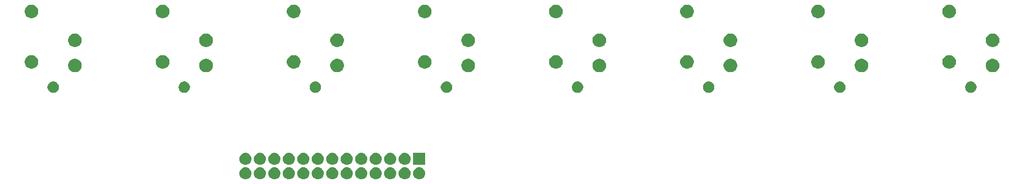
<source format=gbr>
G04 #@! TF.GenerationSoftware,KiCad,Pcbnew,(5.1.0-0)*
G04 #@! TF.CreationDate,2019-04-19T21:43:25+02:00*
G04 #@! TF.ProjectId,AddOnB,4164644f-6e42-42e6-9b69-6361645f7063,rev?*
G04 #@! TF.SameCoordinates,Original*
G04 #@! TF.FileFunction,Soldermask,Top*
G04 #@! TF.FilePolarity,Negative*
%FSLAX46Y46*%
G04 Gerber Fmt 4.6, Leading zero omitted, Abs format (unit mm)*
G04 Created by KiCad (PCBNEW (5.1.0-0)) date 2019-04-19 21:43:25*
%MOMM*%
%LPD*%
G04 APERTURE LIST*
%ADD10C,0.100000*%
G04 APERTURE END LIST*
D10*
G36*
X84408500Y58708211D02*
G01*
X84608994Y58647392D01*
X84793759Y58548633D01*
X84793762Y58548631D01*
X84793763Y58548630D01*
X84955718Y58415718D01*
X85088630Y58253763D01*
X85088633Y58253759D01*
X85187392Y58068994D01*
X85248211Y57868500D01*
X85268746Y57660000D01*
X85248211Y57451500D01*
X85187392Y57251006D01*
X85088633Y57066241D01*
X85088631Y57066238D01*
X85088630Y57066237D01*
X84955718Y56904282D01*
X84793763Y56771370D01*
X84793759Y56771367D01*
X84608994Y56672608D01*
X84408500Y56611789D01*
X84252251Y56596400D01*
X84147749Y56596400D01*
X83991500Y56611789D01*
X83791006Y56672608D01*
X83606241Y56771367D01*
X83606237Y56771370D01*
X83444282Y56904282D01*
X83311370Y57066237D01*
X83311369Y57066238D01*
X83311367Y57066241D01*
X83212608Y57251006D01*
X83151789Y57451500D01*
X83131254Y57660000D01*
X83151789Y57868500D01*
X83212608Y58068994D01*
X83311367Y58253759D01*
X83311370Y58253763D01*
X83444282Y58415718D01*
X83606237Y58548630D01*
X83606238Y58548631D01*
X83606241Y58548633D01*
X83791006Y58647392D01*
X83991500Y58708211D01*
X84147749Y58723600D01*
X84252251Y58723600D01*
X84408500Y58708211D01*
X84408500Y58708211D01*
G37*
G36*
X81868500Y58708211D02*
G01*
X82068994Y58647392D01*
X82253759Y58548633D01*
X82253762Y58548631D01*
X82253763Y58548630D01*
X82415718Y58415718D01*
X82548630Y58253763D01*
X82548633Y58253759D01*
X82647392Y58068994D01*
X82708211Y57868500D01*
X82728746Y57660000D01*
X82708211Y57451500D01*
X82647392Y57251006D01*
X82548633Y57066241D01*
X82548631Y57066238D01*
X82548630Y57066237D01*
X82415718Y56904282D01*
X82253763Y56771370D01*
X82253759Y56771367D01*
X82068994Y56672608D01*
X81868500Y56611789D01*
X81712251Y56596400D01*
X81607749Y56596400D01*
X81451500Y56611789D01*
X81251006Y56672608D01*
X81066241Y56771367D01*
X81066237Y56771370D01*
X80904282Y56904282D01*
X80771370Y57066237D01*
X80771369Y57066238D01*
X80771367Y57066241D01*
X80672608Y57251006D01*
X80611789Y57451500D01*
X80591254Y57660000D01*
X80611789Y57868500D01*
X80672608Y58068994D01*
X80771367Y58253759D01*
X80771370Y58253763D01*
X80904282Y58415718D01*
X81066237Y58548630D01*
X81066238Y58548631D01*
X81066241Y58548633D01*
X81251006Y58647392D01*
X81451500Y58708211D01*
X81607749Y58723600D01*
X81712251Y58723600D01*
X81868500Y58708211D01*
X81868500Y58708211D01*
G37*
G36*
X79328500Y58708211D02*
G01*
X79528994Y58647392D01*
X79713759Y58548633D01*
X79713762Y58548631D01*
X79713763Y58548630D01*
X79875718Y58415718D01*
X80008630Y58253763D01*
X80008633Y58253759D01*
X80107392Y58068994D01*
X80168211Y57868500D01*
X80188746Y57660000D01*
X80168211Y57451500D01*
X80107392Y57251006D01*
X80008633Y57066241D01*
X80008631Y57066238D01*
X80008630Y57066237D01*
X79875718Y56904282D01*
X79713763Y56771370D01*
X79713759Y56771367D01*
X79528994Y56672608D01*
X79328500Y56611789D01*
X79172251Y56596400D01*
X79067749Y56596400D01*
X78911500Y56611789D01*
X78711006Y56672608D01*
X78526241Y56771367D01*
X78526237Y56771370D01*
X78364282Y56904282D01*
X78231370Y57066237D01*
X78231369Y57066238D01*
X78231367Y57066241D01*
X78132608Y57251006D01*
X78071789Y57451500D01*
X78051254Y57660000D01*
X78071789Y57868500D01*
X78132608Y58068994D01*
X78231367Y58253759D01*
X78231370Y58253763D01*
X78364282Y58415718D01*
X78526237Y58548630D01*
X78526238Y58548631D01*
X78526241Y58548633D01*
X78711006Y58647392D01*
X78911500Y58708211D01*
X79067749Y58723600D01*
X79172251Y58723600D01*
X79328500Y58708211D01*
X79328500Y58708211D01*
G37*
G36*
X76788500Y58708211D02*
G01*
X76988994Y58647392D01*
X77173759Y58548633D01*
X77173762Y58548631D01*
X77173763Y58548630D01*
X77335718Y58415718D01*
X77468630Y58253763D01*
X77468633Y58253759D01*
X77567392Y58068994D01*
X77628211Y57868500D01*
X77648746Y57660000D01*
X77628211Y57451500D01*
X77567392Y57251006D01*
X77468633Y57066241D01*
X77468631Y57066238D01*
X77468630Y57066237D01*
X77335718Y56904282D01*
X77173763Y56771370D01*
X77173759Y56771367D01*
X76988994Y56672608D01*
X76788500Y56611789D01*
X76632251Y56596400D01*
X76527749Y56596400D01*
X76371500Y56611789D01*
X76171006Y56672608D01*
X75986241Y56771367D01*
X75986237Y56771370D01*
X75824282Y56904282D01*
X75691370Y57066237D01*
X75691369Y57066238D01*
X75691367Y57066241D01*
X75592608Y57251006D01*
X75531789Y57451500D01*
X75511254Y57660000D01*
X75531789Y57868500D01*
X75592608Y58068994D01*
X75691367Y58253759D01*
X75691370Y58253763D01*
X75824282Y58415718D01*
X75986237Y58548630D01*
X75986238Y58548631D01*
X75986241Y58548633D01*
X76171006Y58647392D01*
X76371500Y58708211D01*
X76527749Y58723600D01*
X76632251Y58723600D01*
X76788500Y58708211D01*
X76788500Y58708211D01*
G37*
G36*
X74248500Y58708211D02*
G01*
X74448994Y58647392D01*
X74633759Y58548633D01*
X74633762Y58548631D01*
X74633763Y58548630D01*
X74795718Y58415718D01*
X74928630Y58253763D01*
X74928633Y58253759D01*
X75027392Y58068994D01*
X75088211Y57868500D01*
X75108746Y57660000D01*
X75088211Y57451500D01*
X75027392Y57251006D01*
X74928633Y57066241D01*
X74928631Y57066238D01*
X74928630Y57066237D01*
X74795718Y56904282D01*
X74633763Y56771370D01*
X74633759Y56771367D01*
X74448994Y56672608D01*
X74248500Y56611789D01*
X74092251Y56596400D01*
X73987749Y56596400D01*
X73831500Y56611789D01*
X73631006Y56672608D01*
X73446241Y56771367D01*
X73446237Y56771370D01*
X73284282Y56904282D01*
X73151370Y57066237D01*
X73151369Y57066238D01*
X73151367Y57066241D01*
X73052608Y57251006D01*
X72991789Y57451500D01*
X72971254Y57660000D01*
X72991789Y57868500D01*
X73052608Y58068994D01*
X73151367Y58253759D01*
X73151370Y58253763D01*
X73284282Y58415718D01*
X73446237Y58548630D01*
X73446238Y58548631D01*
X73446241Y58548633D01*
X73631006Y58647392D01*
X73831500Y58708211D01*
X73987749Y58723600D01*
X74092251Y58723600D01*
X74248500Y58708211D01*
X74248500Y58708211D01*
G37*
G36*
X71708500Y58708211D02*
G01*
X71908994Y58647392D01*
X72093759Y58548633D01*
X72093762Y58548631D01*
X72093763Y58548630D01*
X72255718Y58415718D01*
X72388630Y58253763D01*
X72388633Y58253759D01*
X72487392Y58068994D01*
X72548211Y57868500D01*
X72568746Y57660000D01*
X72548211Y57451500D01*
X72487392Y57251006D01*
X72388633Y57066241D01*
X72388631Y57066238D01*
X72388630Y57066237D01*
X72255718Y56904282D01*
X72093763Y56771370D01*
X72093759Y56771367D01*
X71908994Y56672608D01*
X71708500Y56611789D01*
X71552251Y56596400D01*
X71447749Y56596400D01*
X71291500Y56611789D01*
X71091006Y56672608D01*
X70906241Y56771367D01*
X70906237Y56771370D01*
X70744282Y56904282D01*
X70611370Y57066237D01*
X70611369Y57066238D01*
X70611367Y57066241D01*
X70512608Y57251006D01*
X70451789Y57451500D01*
X70431254Y57660000D01*
X70451789Y57868500D01*
X70512608Y58068994D01*
X70611367Y58253759D01*
X70611370Y58253763D01*
X70744282Y58415718D01*
X70906237Y58548630D01*
X70906238Y58548631D01*
X70906241Y58548633D01*
X71091006Y58647392D01*
X71291500Y58708211D01*
X71447749Y58723600D01*
X71552251Y58723600D01*
X71708500Y58708211D01*
X71708500Y58708211D01*
G37*
G36*
X69168500Y58708211D02*
G01*
X69368994Y58647392D01*
X69553759Y58548633D01*
X69553762Y58548631D01*
X69553763Y58548630D01*
X69715718Y58415718D01*
X69848630Y58253763D01*
X69848633Y58253759D01*
X69947392Y58068994D01*
X70008211Y57868500D01*
X70028746Y57660000D01*
X70008211Y57451500D01*
X69947392Y57251006D01*
X69848633Y57066241D01*
X69848631Y57066238D01*
X69848630Y57066237D01*
X69715718Y56904282D01*
X69553763Y56771370D01*
X69553759Y56771367D01*
X69368994Y56672608D01*
X69168500Y56611789D01*
X69012251Y56596400D01*
X68907749Y56596400D01*
X68751500Y56611789D01*
X68551006Y56672608D01*
X68366241Y56771367D01*
X68366237Y56771370D01*
X68204282Y56904282D01*
X68071370Y57066237D01*
X68071369Y57066238D01*
X68071367Y57066241D01*
X67972608Y57251006D01*
X67911789Y57451500D01*
X67891254Y57660000D01*
X67911789Y57868500D01*
X67972608Y58068994D01*
X68071367Y58253759D01*
X68071370Y58253763D01*
X68204282Y58415718D01*
X68366237Y58548630D01*
X68366238Y58548631D01*
X68366241Y58548633D01*
X68551006Y58647392D01*
X68751500Y58708211D01*
X68907749Y58723600D01*
X69012251Y58723600D01*
X69168500Y58708211D01*
X69168500Y58708211D01*
G37*
G36*
X66628500Y58708211D02*
G01*
X66828994Y58647392D01*
X67013759Y58548633D01*
X67013762Y58548631D01*
X67013763Y58548630D01*
X67175718Y58415718D01*
X67308630Y58253763D01*
X67308633Y58253759D01*
X67407392Y58068994D01*
X67468211Y57868500D01*
X67488746Y57660000D01*
X67468211Y57451500D01*
X67407392Y57251006D01*
X67308633Y57066241D01*
X67308631Y57066238D01*
X67308630Y57066237D01*
X67175718Y56904282D01*
X67013763Y56771370D01*
X67013759Y56771367D01*
X66828994Y56672608D01*
X66628500Y56611789D01*
X66472251Y56596400D01*
X66367749Y56596400D01*
X66211500Y56611789D01*
X66011006Y56672608D01*
X65826241Y56771367D01*
X65826237Y56771370D01*
X65664282Y56904282D01*
X65531370Y57066237D01*
X65531369Y57066238D01*
X65531367Y57066241D01*
X65432608Y57251006D01*
X65371789Y57451500D01*
X65351254Y57660000D01*
X65371789Y57868500D01*
X65432608Y58068994D01*
X65531367Y58253759D01*
X65531370Y58253763D01*
X65664282Y58415718D01*
X65826237Y58548630D01*
X65826238Y58548631D01*
X65826241Y58548633D01*
X66011006Y58647392D01*
X66211500Y58708211D01*
X66367749Y58723600D01*
X66472251Y58723600D01*
X66628500Y58708211D01*
X66628500Y58708211D01*
G37*
G36*
X64088500Y58708211D02*
G01*
X64288994Y58647392D01*
X64473759Y58548633D01*
X64473762Y58548631D01*
X64473763Y58548630D01*
X64635718Y58415718D01*
X64768630Y58253763D01*
X64768633Y58253759D01*
X64867392Y58068994D01*
X64928211Y57868500D01*
X64948746Y57660000D01*
X64928211Y57451500D01*
X64867392Y57251006D01*
X64768633Y57066241D01*
X64768631Y57066238D01*
X64768630Y57066237D01*
X64635718Y56904282D01*
X64473763Y56771370D01*
X64473759Y56771367D01*
X64288994Y56672608D01*
X64088500Y56611789D01*
X63932251Y56596400D01*
X63827749Y56596400D01*
X63671500Y56611789D01*
X63471006Y56672608D01*
X63286241Y56771367D01*
X63286237Y56771370D01*
X63124282Y56904282D01*
X62991370Y57066237D01*
X62991369Y57066238D01*
X62991367Y57066241D01*
X62892608Y57251006D01*
X62831789Y57451500D01*
X62811254Y57660000D01*
X62831789Y57868500D01*
X62892608Y58068994D01*
X62991367Y58253759D01*
X62991370Y58253763D01*
X63124282Y58415718D01*
X63286237Y58548630D01*
X63286238Y58548631D01*
X63286241Y58548633D01*
X63471006Y58647392D01*
X63671500Y58708211D01*
X63827749Y58723600D01*
X63932251Y58723600D01*
X64088500Y58708211D01*
X64088500Y58708211D01*
G37*
G36*
X61548500Y58708211D02*
G01*
X61748994Y58647392D01*
X61933759Y58548633D01*
X61933762Y58548631D01*
X61933763Y58548630D01*
X62095718Y58415718D01*
X62228630Y58253763D01*
X62228633Y58253759D01*
X62327392Y58068994D01*
X62388211Y57868500D01*
X62408746Y57660000D01*
X62388211Y57451500D01*
X62327392Y57251006D01*
X62228633Y57066241D01*
X62228631Y57066238D01*
X62228630Y57066237D01*
X62095718Y56904282D01*
X61933763Y56771370D01*
X61933759Y56771367D01*
X61748994Y56672608D01*
X61548500Y56611789D01*
X61392251Y56596400D01*
X61287749Y56596400D01*
X61131500Y56611789D01*
X60931006Y56672608D01*
X60746241Y56771367D01*
X60746237Y56771370D01*
X60584282Y56904282D01*
X60451370Y57066237D01*
X60451369Y57066238D01*
X60451367Y57066241D01*
X60352608Y57251006D01*
X60291789Y57451500D01*
X60271254Y57660000D01*
X60291789Y57868500D01*
X60352608Y58068994D01*
X60451367Y58253759D01*
X60451370Y58253763D01*
X60584282Y58415718D01*
X60746237Y58548630D01*
X60746238Y58548631D01*
X60746241Y58548633D01*
X60931006Y58647392D01*
X61131500Y58708211D01*
X61287749Y58723600D01*
X61392251Y58723600D01*
X61548500Y58708211D01*
X61548500Y58708211D01*
G37*
G36*
X59008500Y58708211D02*
G01*
X59208994Y58647392D01*
X59393759Y58548633D01*
X59393762Y58548631D01*
X59393763Y58548630D01*
X59555718Y58415718D01*
X59688630Y58253763D01*
X59688633Y58253759D01*
X59787392Y58068994D01*
X59848211Y57868500D01*
X59868746Y57660000D01*
X59848211Y57451500D01*
X59787392Y57251006D01*
X59688633Y57066241D01*
X59688631Y57066238D01*
X59688630Y57066237D01*
X59555718Y56904282D01*
X59393763Y56771370D01*
X59393759Y56771367D01*
X59208994Y56672608D01*
X59008500Y56611789D01*
X58852251Y56596400D01*
X58747749Y56596400D01*
X58591500Y56611789D01*
X58391006Y56672608D01*
X58206241Y56771367D01*
X58206237Y56771370D01*
X58044282Y56904282D01*
X57911370Y57066237D01*
X57911369Y57066238D01*
X57911367Y57066241D01*
X57812608Y57251006D01*
X57751789Y57451500D01*
X57731254Y57660000D01*
X57751789Y57868500D01*
X57812608Y58068994D01*
X57911367Y58253759D01*
X57911370Y58253763D01*
X58044282Y58415718D01*
X58206237Y58548630D01*
X58206238Y58548631D01*
X58206241Y58548633D01*
X58391006Y58647392D01*
X58591500Y58708211D01*
X58747749Y58723600D01*
X58852251Y58723600D01*
X59008500Y58708211D01*
X59008500Y58708211D01*
G37*
G36*
X56468500Y58708211D02*
G01*
X56668994Y58647392D01*
X56853759Y58548633D01*
X56853762Y58548631D01*
X56853763Y58548630D01*
X57015718Y58415718D01*
X57148630Y58253763D01*
X57148633Y58253759D01*
X57247392Y58068994D01*
X57308211Y57868500D01*
X57328746Y57660000D01*
X57308211Y57451500D01*
X57247392Y57251006D01*
X57148633Y57066241D01*
X57148631Y57066238D01*
X57148630Y57066237D01*
X57015718Y56904282D01*
X56853763Y56771370D01*
X56853759Y56771367D01*
X56668994Y56672608D01*
X56468500Y56611789D01*
X56312251Y56596400D01*
X56207749Y56596400D01*
X56051500Y56611789D01*
X55851006Y56672608D01*
X55666241Y56771367D01*
X55666237Y56771370D01*
X55504282Y56904282D01*
X55371370Y57066237D01*
X55371369Y57066238D01*
X55371367Y57066241D01*
X55272608Y57251006D01*
X55211789Y57451500D01*
X55191254Y57660000D01*
X55211789Y57868500D01*
X55272608Y58068994D01*
X55371367Y58253759D01*
X55371370Y58253763D01*
X55504282Y58415718D01*
X55666237Y58548630D01*
X55666238Y58548631D01*
X55666241Y58548633D01*
X55851006Y58647392D01*
X56051500Y58708211D01*
X56207749Y58723600D01*
X56312251Y58723600D01*
X56468500Y58708211D01*
X56468500Y58708211D01*
G37*
G36*
X53928500Y58708211D02*
G01*
X54128994Y58647392D01*
X54313759Y58548633D01*
X54313762Y58548631D01*
X54313763Y58548630D01*
X54475718Y58415718D01*
X54608630Y58253763D01*
X54608633Y58253759D01*
X54707392Y58068994D01*
X54768211Y57868500D01*
X54788746Y57660000D01*
X54768211Y57451500D01*
X54707392Y57251006D01*
X54608633Y57066241D01*
X54608631Y57066238D01*
X54608630Y57066237D01*
X54475718Y56904282D01*
X54313763Y56771370D01*
X54313759Y56771367D01*
X54128994Y56672608D01*
X53928500Y56611789D01*
X53772251Y56596400D01*
X53667749Y56596400D01*
X53511500Y56611789D01*
X53311006Y56672608D01*
X53126241Y56771367D01*
X53126237Y56771370D01*
X52964282Y56904282D01*
X52831370Y57066237D01*
X52831369Y57066238D01*
X52831367Y57066241D01*
X52732608Y57251006D01*
X52671789Y57451500D01*
X52651254Y57660000D01*
X52671789Y57868500D01*
X52732608Y58068994D01*
X52831367Y58253759D01*
X52831370Y58253763D01*
X52964282Y58415718D01*
X53126237Y58548630D01*
X53126238Y58548631D01*
X53126241Y58548633D01*
X53311006Y58647392D01*
X53511500Y58708211D01*
X53667749Y58723600D01*
X53772251Y58723600D01*
X53928500Y58708211D01*
X53928500Y58708211D01*
G37*
G36*
X71708500Y61248211D02*
G01*
X71908994Y61187392D01*
X72093759Y61088633D01*
X72093762Y61088631D01*
X72093763Y61088630D01*
X72255718Y60955718D01*
X72388630Y60793763D01*
X72388633Y60793759D01*
X72487392Y60608994D01*
X72548211Y60408500D01*
X72568746Y60200000D01*
X72548211Y59991500D01*
X72487392Y59791006D01*
X72388633Y59606241D01*
X72388631Y59606238D01*
X72388630Y59606237D01*
X72255718Y59444282D01*
X72093763Y59311370D01*
X72093759Y59311367D01*
X71908994Y59212608D01*
X71708500Y59151789D01*
X71552251Y59136400D01*
X71447749Y59136400D01*
X71291500Y59151789D01*
X71091006Y59212608D01*
X70906241Y59311367D01*
X70906237Y59311370D01*
X70744282Y59444282D01*
X70611370Y59606237D01*
X70611369Y59606238D01*
X70611367Y59606241D01*
X70512608Y59791006D01*
X70451789Y59991500D01*
X70431254Y60200000D01*
X70451789Y60408500D01*
X70512608Y60608994D01*
X70611367Y60793759D01*
X70611370Y60793763D01*
X70744282Y60955718D01*
X70906237Y61088630D01*
X70906238Y61088631D01*
X70906241Y61088633D01*
X71091006Y61187392D01*
X71291500Y61248211D01*
X71447749Y61263600D01*
X71552251Y61263600D01*
X71708500Y61248211D01*
X71708500Y61248211D01*
G37*
G36*
X66628500Y61248211D02*
G01*
X66828994Y61187392D01*
X67013759Y61088633D01*
X67013762Y61088631D01*
X67013763Y61088630D01*
X67175718Y60955718D01*
X67308630Y60793763D01*
X67308633Y60793759D01*
X67407392Y60608994D01*
X67468211Y60408500D01*
X67488746Y60200000D01*
X67468211Y59991500D01*
X67407392Y59791006D01*
X67308633Y59606241D01*
X67308631Y59606238D01*
X67308630Y59606237D01*
X67175718Y59444282D01*
X67013763Y59311370D01*
X67013759Y59311367D01*
X66828994Y59212608D01*
X66628500Y59151789D01*
X66472251Y59136400D01*
X66367749Y59136400D01*
X66211500Y59151789D01*
X66011006Y59212608D01*
X65826241Y59311367D01*
X65826237Y59311370D01*
X65664282Y59444282D01*
X65531370Y59606237D01*
X65531369Y59606238D01*
X65531367Y59606241D01*
X65432608Y59791006D01*
X65371789Y59991500D01*
X65351254Y60200000D01*
X65371789Y60408500D01*
X65432608Y60608994D01*
X65531367Y60793759D01*
X65531370Y60793763D01*
X65664282Y60955718D01*
X65826237Y61088630D01*
X65826238Y61088631D01*
X65826241Y61088633D01*
X66011006Y61187392D01*
X66211500Y61248211D01*
X66367749Y61263600D01*
X66472251Y61263600D01*
X66628500Y61248211D01*
X66628500Y61248211D01*
G37*
G36*
X74248500Y61248211D02*
G01*
X74448994Y61187392D01*
X74633759Y61088633D01*
X74633762Y61088631D01*
X74633763Y61088630D01*
X74795718Y60955718D01*
X74928630Y60793763D01*
X74928633Y60793759D01*
X75027392Y60608994D01*
X75088211Y60408500D01*
X75108746Y60200000D01*
X75088211Y59991500D01*
X75027392Y59791006D01*
X74928633Y59606241D01*
X74928631Y59606238D01*
X74928630Y59606237D01*
X74795718Y59444282D01*
X74633763Y59311370D01*
X74633759Y59311367D01*
X74448994Y59212608D01*
X74248500Y59151789D01*
X74092251Y59136400D01*
X73987749Y59136400D01*
X73831500Y59151789D01*
X73631006Y59212608D01*
X73446241Y59311367D01*
X73446237Y59311370D01*
X73284282Y59444282D01*
X73151370Y59606237D01*
X73151369Y59606238D01*
X73151367Y59606241D01*
X73052608Y59791006D01*
X72991789Y59991500D01*
X72971254Y60200000D01*
X72991789Y60408500D01*
X73052608Y60608994D01*
X73151367Y60793759D01*
X73151370Y60793763D01*
X73284282Y60955718D01*
X73446237Y61088630D01*
X73446238Y61088631D01*
X73446241Y61088633D01*
X73631006Y61187392D01*
X73831500Y61248211D01*
X73987749Y61263600D01*
X74092251Y61263600D01*
X74248500Y61248211D01*
X74248500Y61248211D01*
G37*
G36*
X64088500Y61248211D02*
G01*
X64288994Y61187392D01*
X64473759Y61088633D01*
X64473762Y61088631D01*
X64473763Y61088630D01*
X64635718Y60955718D01*
X64768630Y60793763D01*
X64768633Y60793759D01*
X64867392Y60608994D01*
X64928211Y60408500D01*
X64948746Y60200000D01*
X64928211Y59991500D01*
X64867392Y59791006D01*
X64768633Y59606241D01*
X64768631Y59606238D01*
X64768630Y59606237D01*
X64635718Y59444282D01*
X64473763Y59311370D01*
X64473759Y59311367D01*
X64288994Y59212608D01*
X64088500Y59151789D01*
X63932251Y59136400D01*
X63827749Y59136400D01*
X63671500Y59151789D01*
X63471006Y59212608D01*
X63286241Y59311367D01*
X63286237Y59311370D01*
X63124282Y59444282D01*
X62991370Y59606237D01*
X62991369Y59606238D01*
X62991367Y59606241D01*
X62892608Y59791006D01*
X62831789Y59991500D01*
X62811254Y60200000D01*
X62831789Y60408500D01*
X62892608Y60608994D01*
X62991367Y60793759D01*
X62991370Y60793763D01*
X63124282Y60955718D01*
X63286237Y61088630D01*
X63286238Y61088631D01*
X63286241Y61088633D01*
X63471006Y61187392D01*
X63671500Y61248211D01*
X63827749Y61263600D01*
X63932251Y61263600D01*
X64088500Y61248211D01*
X64088500Y61248211D01*
G37*
G36*
X76788500Y61248211D02*
G01*
X76988994Y61187392D01*
X77173759Y61088633D01*
X77173762Y61088631D01*
X77173763Y61088630D01*
X77335718Y60955718D01*
X77468630Y60793763D01*
X77468633Y60793759D01*
X77567392Y60608994D01*
X77628211Y60408500D01*
X77648746Y60200000D01*
X77628211Y59991500D01*
X77567392Y59791006D01*
X77468633Y59606241D01*
X77468631Y59606238D01*
X77468630Y59606237D01*
X77335718Y59444282D01*
X77173763Y59311370D01*
X77173759Y59311367D01*
X76988994Y59212608D01*
X76788500Y59151789D01*
X76632251Y59136400D01*
X76527749Y59136400D01*
X76371500Y59151789D01*
X76171006Y59212608D01*
X75986241Y59311367D01*
X75986237Y59311370D01*
X75824282Y59444282D01*
X75691370Y59606237D01*
X75691369Y59606238D01*
X75691367Y59606241D01*
X75592608Y59791006D01*
X75531789Y59991500D01*
X75511254Y60200000D01*
X75531789Y60408500D01*
X75592608Y60608994D01*
X75691367Y60793759D01*
X75691370Y60793763D01*
X75824282Y60955718D01*
X75986237Y61088630D01*
X75986238Y61088631D01*
X75986241Y61088633D01*
X76171006Y61187392D01*
X76371500Y61248211D01*
X76527749Y61263600D01*
X76632251Y61263600D01*
X76788500Y61248211D01*
X76788500Y61248211D01*
G37*
G36*
X61548500Y61248211D02*
G01*
X61748994Y61187392D01*
X61933759Y61088633D01*
X61933762Y61088631D01*
X61933763Y61088630D01*
X62095718Y60955718D01*
X62228630Y60793763D01*
X62228633Y60793759D01*
X62327392Y60608994D01*
X62388211Y60408500D01*
X62408746Y60200000D01*
X62388211Y59991500D01*
X62327392Y59791006D01*
X62228633Y59606241D01*
X62228631Y59606238D01*
X62228630Y59606237D01*
X62095718Y59444282D01*
X61933763Y59311370D01*
X61933759Y59311367D01*
X61748994Y59212608D01*
X61548500Y59151789D01*
X61392251Y59136400D01*
X61287749Y59136400D01*
X61131500Y59151789D01*
X60931006Y59212608D01*
X60746241Y59311367D01*
X60746237Y59311370D01*
X60584282Y59444282D01*
X60451370Y59606237D01*
X60451369Y59606238D01*
X60451367Y59606241D01*
X60352608Y59791006D01*
X60291789Y59991500D01*
X60271254Y60200000D01*
X60291789Y60408500D01*
X60352608Y60608994D01*
X60451367Y60793759D01*
X60451370Y60793763D01*
X60584282Y60955718D01*
X60746237Y61088630D01*
X60746238Y61088631D01*
X60746241Y61088633D01*
X60931006Y61187392D01*
X61131500Y61248211D01*
X61287749Y61263600D01*
X61392251Y61263600D01*
X61548500Y61248211D01*
X61548500Y61248211D01*
G37*
G36*
X79328500Y61248211D02*
G01*
X79528994Y61187392D01*
X79713759Y61088633D01*
X79713762Y61088631D01*
X79713763Y61088630D01*
X79875718Y60955718D01*
X80008630Y60793763D01*
X80008633Y60793759D01*
X80107392Y60608994D01*
X80168211Y60408500D01*
X80188746Y60200000D01*
X80168211Y59991500D01*
X80107392Y59791006D01*
X80008633Y59606241D01*
X80008631Y59606238D01*
X80008630Y59606237D01*
X79875718Y59444282D01*
X79713763Y59311370D01*
X79713759Y59311367D01*
X79528994Y59212608D01*
X79328500Y59151789D01*
X79172251Y59136400D01*
X79067749Y59136400D01*
X78911500Y59151789D01*
X78711006Y59212608D01*
X78526241Y59311367D01*
X78526237Y59311370D01*
X78364282Y59444282D01*
X78231370Y59606237D01*
X78231369Y59606238D01*
X78231367Y59606241D01*
X78132608Y59791006D01*
X78071789Y59991500D01*
X78051254Y60200000D01*
X78071789Y60408500D01*
X78132608Y60608994D01*
X78231367Y60793759D01*
X78231370Y60793763D01*
X78364282Y60955718D01*
X78526237Y61088630D01*
X78526238Y61088631D01*
X78526241Y61088633D01*
X78711006Y61187392D01*
X78911500Y61248211D01*
X79067749Y61263600D01*
X79172251Y61263600D01*
X79328500Y61248211D01*
X79328500Y61248211D01*
G37*
G36*
X59008500Y61248211D02*
G01*
X59208994Y61187392D01*
X59393759Y61088633D01*
X59393762Y61088631D01*
X59393763Y61088630D01*
X59555718Y60955718D01*
X59688630Y60793763D01*
X59688633Y60793759D01*
X59787392Y60608994D01*
X59848211Y60408500D01*
X59868746Y60200000D01*
X59848211Y59991500D01*
X59787392Y59791006D01*
X59688633Y59606241D01*
X59688631Y59606238D01*
X59688630Y59606237D01*
X59555718Y59444282D01*
X59393763Y59311370D01*
X59393759Y59311367D01*
X59208994Y59212608D01*
X59008500Y59151789D01*
X58852251Y59136400D01*
X58747749Y59136400D01*
X58591500Y59151789D01*
X58391006Y59212608D01*
X58206241Y59311367D01*
X58206237Y59311370D01*
X58044282Y59444282D01*
X57911370Y59606237D01*
X57911369Y59606238D01*
X57911367Y59606241D01*
X57812608Y59791006D01*
X57751789Y59991500D01*
X57731254Y60200000D01*
X57751789Y60408500D01*
X57812608Y60608994D01*
X57911367Y60793759D01*
X57911370Y60793763D01*
X58044282Y60955718D01*
X58206237Y61088630D01*
X58206238Y61088631D01*
X58206241Y61088633D01*
X58391006Y61187392D01*
X58591500Y61248211D01*
X58747749Y61263600D01*
X58852251Y61263600D01*
X59008500Y61248211D01*
X59008500Y61248211D01*
G37*
G36*
X85263600Y59136400D02*
G01*
X83136400Y59136400D01*
X83136400Y61263600D01*
X85263600Y61263600D01*
X85263600Y59136400D01*
X85263600Y59136400D01*
G37*
G36*
X81868500Y61248211D02*
G01*
X82068994Y61187392D01*
X82253759Y61088633D01*
X82253762Y61088631D01*
X82253763Y61088630D01*
X82415718Y60955718D01*
X82548630Y60793763D01*
X82548633Y60793759D01*
X82647392Y60608994D01*
X82708211Y60408500D01*
X82728746Y60200000D01*
X82708211Y59991500D01*
X82647392Y59791006D01*
X82548633Y59606241D01*
X82548631Y59606238D01*
X82548630Y59606237D01*
X82415718Y59444282D01*
X82253763Y59311370D01*
X82253759Y59311367D01*
X82068994Y59212608D01*
X81868500Y59151789D01*
X81712251Y59136400D01*
X81607749Y59136400D01*
X81451500Y59151789D01*
X81251006Y59212608D01*
X81066241Y59311367D01*
X81066237Y59311370D01*
X80904282Y59444282D01*
X80771370Y59606237D01*
X80771369Y59606238D01*
X80771367Y59606241D01*
X80672608Y59791006D01*
X80611789Y59991500D01*
X80591254Y60200000D01*
X80611789Y60408500D01*
X80672608Y60608994D01*
X80771367Y60793759D01*
X80771370Y60793763D01*
X80904282Y60955718D01*
X81066237Y61088630D01*
X81066238Y61088631D01*
X81066241Y61088633D01*
X81251006Y61187392D01*
X81451500Y61248211D01*
X81607749Y61263600D01*
X81712251Y61263600D01*
X81868500Y61248211D01*
X81868500Y61248211D01*
G37*
G36*
X53928500Y61248211D02*
G01*
X54128994Y61187392D01*
X54313759Y61088633D01*
X54313762Y61088631D01*
X54313763Y61088630D01*
X54475718Y60955718D01*
X54608630Y60793763D01*
X54608633Y60793759D01*
X54707392Y60608994D01*
X54768211Y60408500D01*
X54788746Y60200000D01*
X54768211Y59991500D01*
X54707392Y59791006D01*
X54608633Y59606241D01*
X54608631Y59606238D01*
X54608630Y59606237D01*
X54475718Y59444282D01*
X54313763Y59311370D01*
X54313759Y59311367D01*
X54128994Y59212608D01*
X53928500Y59151789D01*
X53772251Y59136400D01*
X53667749Y59136400D01*
X53511500Y59151789D01*
X53311006Y59212608D01*
X53126241Y59311367D01*
X53126237Y59311370D01*
X52964282Y59444282D01*
X52831370Y59606237D01*
X52831369Y59606238D01*
X52831367Y59606241D01*
X52732608Y59791006D01*
X52671789Y59991500D01*
X52651254Y60200000D01*
X52671789Y60408500D01*
X52732608Y60608994D01*
X52831367Y60793759D01*
X52831370Y60793763D01*
X52964282Y60955718D01*
X53126237Y61088630D01*
X53126238Y61088631D01*
X53126241Y61088633D01*
X53311006Y61187392D01*
X53511500Y61248211D01*
X53667749Y61263600D01*
X53772251Y61263600D01*
X53928500Y61248211D01*
X53928500Y61248211D01*
G37*
G36*
X56468500Y61248211D02*
G01*
X56668994Y61187392D01*
X56853759Y61088633D01*
X56853762Y61088631D01*
X56853763Y61088630D01*
X57015718Y60955718D01*
X57148630Y60793763D01*
X57148633Y60793759D01*
X57247392Y60608994D01*
X57308211Y60408500D01*
X57328746Y60200000D01*
X57308211Y59991500D01*
X57247392Y59791006D01*
X57148633Y59606241D01*
X57148631Y59606238D01*
X57148630Y59606237D01*
X57015718Y59444282D01*
X56853763Y59311370D01*
X56853759Y59311367D01*
X56668994Y59212608D01*
X56468500Y59151789D01*
X56312251Y59136400D01*
X56207749Y59136400D01*
X56051500Y59151789D01*
X55851006Y59212608D01*
X55666241Y59311367D01*
X55666237Y59311370D01*
X55504282Y59444282D01*
X55371370Y59606237D01*
X55371369Y59606238D01*
X55371367Y59606241D01*
X55272608Y59791006D01*
X55211789Y59991500D01*
X55191254Y60200000D01*
X55211789Y60408500D01*
X55272608Y60608994D01*
X55371367Y60793759D01*
X55371370Y60793763D01*
X55504282Y60955718D01*
X55666237Y61088630D01*
X55666238Y61088631D01*
X55666241Y61088633D01*
X55851006Y61187392D01*
X56051500Y61248211D01*
X56207749Y61263600D01*
X56312251Y61263600D01*
X56468500Y61248211D01*
X56468500Y61248211D01*
G37*
G36*
X69168500Y61248211D02*
G01*
X69368994Y61187392D01*
X69553759Y61088633D01*
X69553762Y61088631D01*
X69553763Y61088630D01*
X69715718Y60955718D01*
X69848630Y60793763D01*
X69848633Y60793759D01*
X69947392Y60608994D01*
X70008211Y60408500D01*
X70028746Y60200000D01*
X70008211Y59991500D01*
X69947392Y59791006D01*
X69848633Y59606241D01*
X69848631Y59606238D01*
X69848630Y59606237D01*
X69715718Y59444282D01*
X69553763Y59311370D01*
X69553759Y59311367D01*
X69368994Y59212608D01*
X69168500Y59151789D01*
X69012251Y59136400D01*
X68907749Y59136400D01*
X68751500Y59151789D01*
X68551006Y59212608D01*
X68366241Y59311367D01*
X68366237Y59311370D01*
X68204282Y59444282D01*
X68071370Y59606237D01*
X68071369Y59606238D01*
X68071367Y59606241D01*
X67972608Y59791006D01*
X67911789Y59991500D01*
X67891254Y60200000D01*
X67911789Y60408500D01*
X67972608Y60608994D01*
X68071367Y60793759D01*
X68071370Y60793763D01*
X68204282Y60955718D01*
X68366237Y61088630D01*
X68366238Y61088631D01*
X68366241Y61088633D01*
X68551006Y61187392D01*
X68751500Y61248211D01*
X68907749Y61263600D01*
X69012251Y61263600D01*
X69168500Y61248211D01*
X69168500Y61248211D01*
G37*
G36*
X89227290Y73824381D02*
G01*
X89291689Y73811571D01*
X89473678Y73736189D01*
X89637463Y73626751D01*
X89776751Y73487463D01*
X89886189Y73323678D01*
X89961571Y73141689D01*
X90000000Y72948491D01*
X90000000Y72751509D01*
X89961571Y72558311D01*
X89886189Y72376322D01*
X89776751Y72212537D01*
X89637463Y72073249D01*
X89473678Y71963811D01*
X89291689Y71888429D01*
X89227290Y71875619D01*
X89098493Y71850000D01*
X88901507Y71850000D01*
X88772710Y71875619D01*
X88708311Y71888429D01*
X88526322Y71963811D01*
X88362537Y72073249D01*
X88223249Y72212537D01*
X88113811Y72376322D01*
X88038429Y72558311D01*
X88000000Y72751509D01*
X88000000Y72948491D01*
X88038429Y73141689D01*
X88113811Y73323678D01*
X88223249Y73487463D01*
X88362537Y73626751D01*
X88526322Y73736189D01*
X88708311Y73811571D01*
X88772710Y73824381D01*
X88901507Y73850000D01*
X89098493Y73850000D01*
X89227290Y73824381D01*
X89227290Y73824381D01*
G37*
G36*
X43227290Y73824381D02*
G01*
X43291689Y73811571D01*
X43473678Y73736189D01*
X43637463Y73626751D01*
X43776751Y73487463D01*
X43886189Y73323678D01*
X43961571Y73141689D01*
X44000000Y72948491D01*
X44000000Y72751509D01*
X43961571Y72558311D01*
X43886189Y72376322D01*
X43776751Y72212537D01*
X43637463Y72073249D01*
X43473678Y71963811D01*
X43291689Y71888429D01*
X43227290Y71875619D01*
X43098493Y71850000D01*
X42901507Y71850000D01*
X42772710Y71875619D01*
X42708311Y71888429D01*
X42526322Y71963811D01*
X42362537Y72073249D01*
X42223249Y72212537D01*
X42113811Y72376322D01*
X42038429Y72558311D01*
X42000000Y72751509D01*
X42000000Y72948491D01*
X42038429Y73141689D01*
X42113811Y73323678D01*
X42223249Y73487463D01*
X42362537Y73626751D01*
X42526322Y73736189D01*
X42708311Y73811571D01*
X42772710Y73824381D01*
X42901507Y73850000D01*
X43098493Y73850000D01*
X43227290Y73824381D01*
X43227290Y73824381D01*
G37*
G36*
X20227290Y73824381D02*
G01*
X20291689Y73811571D01*
X20473678Y73736189D01*
X20637463Y73626751D01*
X20776751Y73487463D01*
X20886189Y73323678D01*
X20961571Y73141689D01*
X21000000Y72948491D01*
X21000000Y72751509D01*
X20961571Y72558311D01*
X20886189Y72376322D01*
X20776751Y72212537D01*
X20637463Y72073249D01*
X20473678Y71963811D01*
X20291689Y71888429D01*
X20227290Y71875619D01*
X20098493Y71850000D01*
X19901507Y71850000D01*
X19772710Y71875619D01*
X19708311Y71888429D01*
X19526322Y71963811D01*
X19362537Y72073249D01*
X19223249Y72212537D01*
X19113811Y72376322D01*
X19038429Y72558311D01*
X19000000Y72751509D01*
X19000000Y72948491D01*
X19038429Y73141689D01*
X19113811Y73323678D01*
X19223249Y73487463D01*
X19362537Y73626751D01*
X19526322Y73736189D01*
X19708311Y73811571D01*
X19772710Y73824381D01*
X19901507Y73850000D01*
X20098493Y73850000D01*
X20227290Y73824381D01*
X20227290Y73824381D01*
G37*
G36*
X112227290Y73824381D02*
G01*
X112291689Y73811571D01*
X112473678Y73736189D01*
X112637463Y73626751D01*
X112776751Y73487463D01*
X112886189Y73323678D01*
X112961571Y73141689D01*
X113000000Y72948491D01*
X113000000Y72751509D01*
X112961571Y72558311D01*
X112886189Y72376322D01*
X112776751Y72212537D01*
X112637463Y72073249D01*
X112473678Y71963811D01*
X112291689Y71888429D01*
X112227290Y71875619D01*
X112098493Y71850000D01*
X111901507Y71850000D01*
X111772710Y71875619D01*
X111708311Y71888429D01*
X111526322Y71963811D01*
X111362537Y72073249D01*
X111223249Y72212537D01*
X111113811Y72376322D01*
X111038429Y72558311D01*
X111000000Y72751509D01*
X111000000Y72948491D01*
X111038429Y73141689D01*
X111113811Y73323678D01*
X111223249Y73487463D01*
X111362537Y73626751D01*
X111526322Y73736189D01*
X111708311Y73811571D01*
X111772710Y73824381D01*
X111901507Y73850000D01*
X112098493Y73850000D01*
X112227290Y73824381D01*
X112227290Y73824381D01*
G37*
G36*
X135227290Y73824381D02*
G01*
X135291689Y73811571D01*
X135473678Y73736189D01*
X135637463Y73626751D01*
X135776751Y73487463D01*
X135886189Y73323678D01*
X135961571Y73141689D01*
X136000000Y72948491D01*
X136000000Y72751509D01*
X135961571Y72558311D01*
X135886189Y72376322D01*
X135776751Y72212537D01*
X135637463Y72073249D01*
X135473678Y71963811D01*
X135291689Y71888429D01*
X135227290Y71875619D01*
X135098493Y71850000D01*
X134901507Y71850000D01*
X134772710Y71875619D01*
X134708311Y71888429D01*
X134526322Y71963811D01*
X134362537Y72073249D01*
X134223249Y72212537D01*
X134113811Y72376322D01*
X134038429Y72558311D01*
X134000000Y72751509D01*
X134000000Y72948491D01*
X134038429Y73141689D01*
X134113811Y73323678D01*
X134223249Y73487463D01*
X134362537Y73626751D01*
X134526322Y73736189D01*
X134708311Y73811571D01*
X134772710Y73824381D01*
X134901507Y73850000D01*
X135098493Y73850000D01*
X135227290Y73824381D01*
X135227290Y73824381D01*
G37*
G36*
X158227290Y73824381D02*
G01*
X158291689Y73811571D01*
X158473678Y73736189D01*
X158637463Y73626751D01*
X158776751Y73487463D01*
X158886189Y73323678D01*
X158961571Y73141689D01*
X159000000Y72948491D01*
X159000000Y72751509D01*
X158961571Y72558311D01*
X158886189Y72376322D01*
X158776751Y72212537D01*
X158637463Y72073249D01*
X158473678Y71963811D01*
X158291689Y71888429D01*
X158227290Y71875619D01*
X158098493Y71850000D01*
X157901507Y71850000D01*
X157772710Y71875619D01*
X157708311Y71888429D01*
X157526322Y71963811D01*
X157362537Y72073249D01*
X157223249Y72212537D01*
X157113811Y72376322D01*
X157038429Y72558311D01*
X157000000Y72751509D01*
X157000000Y72948491D01*
X157038429Y73141689D01*
X157113811Y73323678D01*
X157223249Y73487463D01*
X157362537Y73626751D01*
X157526322Y73736189D01*
X157708311Y73811571D01*
X157772710Y73824381D01*
X157901507Y73850000D01*
X158098493Y73850000D01*
X158227290Y73824381D01*
X158227290Y73824381D01*
G37*
G36*
X181227290Y73824381D02*
G01*
X181291689Y73811571D01*
X181473678Y73736189D01*
X181637463Y73626751D01*
X181776751Y73487463D01*
X181886189Y73323678D01*
X181961571Y73141689D01*
X182000000Y72948491D01*
X182000000Y72751509D01*
X181961571Y72558311D01*
X181886189Y72376322D01*
X181776751Y72212537D01*
X181637463Y72073249D01*
X181473678Y71963811D01*
X181291689Y71888429D01*
X181227290Y71875619D01*
X181098493Y71850000D01*
X180901507Y71850000D01*
X180772710Y71875619D01*
X180708311Y71888429D01*
X180526322Y71963811D01*
X180362537Y72073249D01*
X180223249Y72212537D01*
X180113811Y72376322D01*
X180038429Y72558311D01*
X180000000Y72751509D01*
X180000000Y72948491D01*
X180038429Y73141689D01*
X180113811Y73323678D01*
X180223249Y73487463D01*
X180362537Y73626751D01*
X180526322Y73736189D01*
X180708311Y73811571D01*
X180772710Y73824381D01*
X180901507Y73850000D01*
X181098493Y73850000D01*
X181227290Y73824381D01*
X181227290Y73824381D01*
G37*
G36*
X66227290Y73824381D02*
G01*
X66291689Y73811571D01*
X66473678Y73736189D01*
X66637463Y73626751D01*
X66776751Y73487463D01*
X66886189Y73323678D01*
X66961571Y73141689D01*
X67000000Y72948491D01*
X67000000Y72751509D01*
X66961571Y72558311D01*
X66886189Y72376322D01*
X66776751Y72212537D01*
X66637463Y72073249D01*
X66473678Y71963811D01*
X66291689Y71888429D01*
X66227290Y71875619D01*
X66098493Y71850000D01*
X65901507Y71850000D01*
X65772710Y71875619D01*
X65708311Y71888429D01*
X65526322Y71963811D01*
X65362537Y72073249D01*
X65223249Y72212537D01*
X65113811Y72376322D01*
X65038429Y72558311D01*
X65000000Y72751509D01*
X65000000Y72948491D01*
X65038429Y73141689D01*
X65113811Y73323678D01*
X65223249Y73487463D01*
X65362537Y73626751D01*
X65526322Y73736189D01*
X65708311Y73811571D01*
X65772710Y73824381D01*
X65901507Y73850000D01*
X66098493Y73850000D01*
X66227290Y73824381D01*
X66227290Y73824381D01*
G37*
G36*
X70160026Y77818885D02*
G01*
X70378411Y77728427D01*
X70378413Y77728426D01*
X70495747Y77650026D01*
X70574955Y77597101D01*
X70742101Y77429955D01*
X70873427Y77233411D01*
X70963885Y77015026D01*
X71010000Y76783191D01*
X71010000Y76546809D01*
X70963885Y76314974D01*
X70893941Y76146115D01*
X70873426Y76096587D01*
X70742101Y75900045D01*
X70574955Y75732899D01*
X70378413Y75601574D01*
X70378412Y75601573D01*
X70378411Y75601573D01*
X70160026Y75511115D01*
X69928191Y75465000D01*
X69691809Y75465000D01*
X69459974Y75511115D01*
X69241589Y75601573D01*
X69241588Y75601573D01*
X69241587Y75601574D01*
X69045045Y75732899D01*
X68877899Y75900045D01*
X68746574Y76096587D01*
X68726059Y76146115D01*
X68656115Y76314974D01*
X68610000Y76546809D01*
X68610000Y76783191D01*
X68656115Y77015026D01*
X68746573Y77233411D01*
X68877899Y77429955D01*
X69045045Y77597101D01*
X69124253Y77650026D01*
X69241587Y77728426D01*
X69241589Y77728427D01*
X69459974Y77818885D01*
X69691809Y77865000D01*
X69928191Y77865000D01*
X70160026Y77818885D01*
X70160026Y77818885D01*
G37*
G36*
X24160026Y77818885D02*
G01*
X24378411Y77728427D01*
X24378413Y77728426D01*
X24495747Y77650026D01*
X24574955Y77597101D01*
X24742101Y77429955D01*
X24873427Y77233411D01*
X24963885Y77015026D01*
X25010000Y76783191D01*
X25010000Y76546809D01*
X24963885Y76314974D01*
X24893941Y76146115D01*
X24873426Y76096587D01*
X24742101Y75900045D01*
X24574955Y75732899D01*
X24378413Y75601574D01*
X24378412Y75601573D01*
X24378411Y75601573D01*
X24160026Y75511115D01*
X23928191Y75465000D01*
X23691809Y75465000D01*
X23459974Y75511115D01*
X23241589Y75601573D01*
X23241588Y75601573D01*
X23241587Y75601574D01*
X23045045Y75732899D01*
X22877899Y75900045D01*
X22746574Y76096587D01*
X22726059Y76146115D01*
X22656115Y76314974D01*
X22610000Y76546809D01*
X22610000Y76783191D01*
X22656115Y77015026D01*
X22746573Y77233411D01*
X22877899Y77429955D01*
X23045045Y77597101D01*
X23124253Y77650026D01*
X23241587Y77728426D01*
X23241589Y77728427D01*
X23459974Y77818885D01*
X23691809Y77865000D01*
X23928191Y77865000D01*
X24160026Y77818885D01*
X24160026Y77818885D01*
G37*
G36*
X47160026Y77818885D02*
G01*
X47378411Y77728427D01*
X47378413Y77728426D01*
X47495747Y77650026D01*
X47574955Y77597101D01*
X47742101Y77429955D01*
X47873427Y77233411D01*
X47963885Y77015026D01*
X48010000Y76783191D01*
X48010000Y76546809D01*
X47963885Y76314974D01*
X47893941Y76146115D01*
X47873426Y76096587D01*
X47742101Y75900045D01*
X47574955Y75732899D01*
X47378413Y75601574D01*
X47378412Y75601573D01*
X47378411Y75601573D01*
X47160026Y75511115D01*
X46928191Y75465000D01*
X46691809Y75465000D01*
X46459974Y75511115D01*
X46241589Y75601573D01*
X46241588Y75601573D01*
X46241587Y75601574D01*
X46045045Y75732899D01*
X45877899Y75900045D01*
X45746574Y76096587D01*
X45726059Y76146115D01*
X45656115Y76314974D01*
X45610000Y76546809D01*
X45610000Y76783191D01*
X45656115Y77015026D01*
X45746573Y77233411D01*
X45877899Y77429955D01*
X46045045Y77597101D01*
X46124253Y77650026D01*
X46241587Y77728426D01*
X46241589Y77728427D01*
X46459974Y77818885D01*
X46691809Y77865000D01*
X46928191Y77865000D01*
X47160026Y77818885D01*
X47160026Y77818885D01*
G37*
G36*
X93160026Y77818885D02*
G01*
X93378411Y77728427D01*
X93378413Y77728426D01*
X93495747Y77650026D01*
X93574955Y77597101D01*
X93742101Y77429955D01*
X93873427Y77233411D01*
X93963885Y77015026D01*
X94010000Y76783191D01*
X94010000Y76546809D01*
X93963885Y76314974D01*
X93893941Y76146115D01*
X93873426Y76096587D01*
X93742101Y75900045D01*
X93574955Y75732899D01*
X93378413Y75601574D01*
X93378412Y75601573D01*
X93378411Y75601573D01*
X93160026Y75511115D01*
X92928191Y75465000D01*
X92691809Y75465000D01*
X92459974Y75511115D01*
X92241589Y75601573D01*
X92241588Y75601573D01*
X92241587Y75601574D01*
X92045045Y75732899D01*
X91877899Y75900045D01*
X91746574Y76096587D01*
X91726059Y76146115D01*
X91656115Y76314974D01*
X91610000Y76546809D01*
X91610000Y76783191D01*
X91656115Y77015026D01*
X91746573Y77233411D01*
X91877899Y77429955D01*
X92045045Y77597101D01*
X92124253Y77650026D01*
X92241587Y77728426D01*
X92241589Y77728427D01*
X92459974Y77818885D01*
X92691809Y77865000D01*
X92928191Y77865000D01*
X93160026Y77818885D01*
X93160026Y77818885D01*
G37*
G36*
X116160026Y77818885D02*
G01*
X116378411Y77728427D01*
X116378413Y77728426D01*
X116495747Y77650026D01*
X116574955Y77597101D01*
X116742101Y77429955D01*
X116873427Y77233411D01*
X116963885Y77015026D01*
X117010000Y76783191D01*
X117010000Y76546809D01*
X116963885Y76314974D01*
X116893941Y76146115D01*
X116873426Y76096587D01*
X116742101Y75900045D01*
X116574955Y75732899D01*
X116378413Y75601574D01*
X116378412Y75601573D01*
X116378411Y75601573D01*
X116160026Y75511115D01*
X115928191Y75465000D01*
X115691809Y75465000D01*
X115459974Y75511115D01*
X115241589Y75601573D01*
X115241588Y75601573D01*
X115241587Y75601574D01*
X115045045Y75732899D01*
X114877899Y75900045D01*
X114746574Y76096587D01*
X114726059Y76146115D01*
X114656115Y76314974D01*
X114610000Y76546809D01*
X114610000Y76783191D01*
X114656115Y77015026D01*
X114746573Y77233411D01*
X114877899Y77429955D01*
X115045045Y77597101D01*
X115124253Y77650026D01*
X115241587Y77728426D01*
X115241589Y77728427D01*
X115459974Y77818885D01*
X115691809Y77865000D01*
X115928191Y77865000D01*
X116160026Y77818885D01*
X116160026Y77818885D01*
G37*
G36*
X139160026Y77818885D02*
G01*
X139378411Y77728427D01*
X139378413Y77728426D01*
X139495747Y77650026D01*
X139574955Y77597101D01*
X139742101Y77429955D01*
X139873427Y77233411D01*
X139963885Y77015026D01*
X140010000Y76783191D01*
X140010000Y76546809D01*
X139963885Y76314974D01*
X139893941Y76146115D01*
X139873426Y76096587D01*
X139742101Y75900045D01*
X139574955Y75732899D01*
X139378413Y75601574D01*
X139378412Y75601573D01*
X139378411Y75601573D01*
X139160026Y75511115D01*
X138928191Y75465000D01*
X138691809Y75465000D01*
X138459974Y75511115D01*
X138241589Y75601573D01*
X138241588Y75601573D01*
X138241587Y75601574D01*
X138045045Y75732899D01*
X137877899Y75900045D01*
X137746574Y76096587D01*
X137726059Y76146115D01*
X137656115Y76314974D01*
X137610000Y76546809D01*
X137610000Y76783191D01*
X137656115Y77015026D01*
X137746573Y77233411D01*
X137877899Y77429955D01*
X138045045Y77597101D01*
X138124253Y77650026D01*
X138241587Y77728426D01*
X138241589Y77728427D01*
X138459974Y77818885D01*
X138691809Y77865000D01*
X138928191Y77865000D01*
X139160026Y77818885D01*
X139160026Y77818885D01*
G37*
G36*
X162160026Y77818885D02*
G01*
X162378411Y77728427D01*
X162378413Y77728426D01*
X162495747Y77650026D01*
X162574955Y77597101D01*
X162742101Y77429955D01*
X162873427Y77233411D01*
X162963885Y77015026D01*
X163010000Y76783191D01*
X163010000Y76546809D01*
X162963885Y76314974D01*
X162893941Y76146115D01*
X162873426Y76096587D01*
X162742101Y75900045D01*
X162574955Y75732899D01*
X162378413Y75601574D01*
X162378412Y75601573D01*
X162378411Y75601573D01*
X162160026Y75511115D01*
X161928191Y75465000D01*
X161691809Y75465000D01*
X161459974Y75511115D01*
X161241589Y75601573D01*
X161241588Y75601573D01*
X161241587Y75601574D01*
X161045045Y75732899D01*
X160877899Y75900045D01*
X160746574Y76096587D01*
X160726059Y76146115D01*
X160656115Y76314974D01*
X160610000Y76546809D01*
X160610000Y76783191D01*
X160656115Y77015026D01*
X160746573Y77233411D01*
X160877899Y77429955D01*
X161045045Y77597101D01*
X161124253Y77650026D01*
X161241587Y77728426D01*
X161241589Y77728427D01*
X161459974Y77818885D01*
X161691809Y77865000D01*
X161928191Y77865000D01*
X162160026Y77818885D01*
X162160026Y77818885D01*
G37*
G36*
X185160026Y77818885D02*
G01*
X185378411Y77728427D01*
X185378413Y77728426D01*
X185495747Y77650026D01*
X185574955Y77597101D01*
X185742101Y77429955D01*
X185873427Y77233411D01*
X185963885Y77015026D01*
X186010000Y76783191D01*
X186010000Y76546809D01*
X185963885Y76314974D01*
X185893941Y76146115D01*
X185873426Y76096587D01*
X185742101Y75900045D01*
X185574955Y75732899D01*
X185378413Y75601574D01*
X185378412Y75601573D01*
X185378411Y75601573D01*
X185160026Y75511115D01*
X184928191Y75465000D01*
X184691809Y75465000D01*
X184459974Y75511115D01*
X184241589Y75601573D01*
X184241588Y75601573D01*
X184241587Y75601574D01*
X184045045Y75732899D01*
X183877899Y75900045D01*
X183746574Y76096587D01*
X183726059Y76146115D01*
X183656115Y76314974D01*
X183610000Y76546809D01*
X183610000Y76783191D01*
X183656115Y77015026D01*
X183746573Y77233411D01*
X183877899Y77429955D01*
X184045045Y77597101D01*
X184124253Y77650026D01*
X184241587Y77728426D01*
X184241589Y77728427D01*
X184459974Y77818885D01*
X184691809Y77865000D01*
X184928191Y77865000D01*
X185160026Y77818885D01*
X185160026Y77818885D01*
G37*
G36*
X62540026Y78453885D02*
G01*
X62758411Y78363427D01*
X62758413Y78363426D01*
X62954955Y78232101D01*
X63122101Y78064955D01*
X63253427Y77868411D01*
X63343885Y77650026D01*
X63390000Y77418191D01*
X63390000Y77181809D01*
X63343885Y76949974D01*
X63274801Y76783191D01*
X63253426Y76731587D01*
X63122101Y76535045D01*
X62954955Y76367899D01*
X62758413Y76236574D01*
X62758412Y76236573D01*
X62758411Y76236573D01*
X62540026Y76146115D01*
X62308191Y76100000D01*
X62071809Y76100000D01*
X61839974Y76146115D01*
X61621589Y76236573D01*
X61621588Y76236573D01*
X61621587Y76236574D01*
X61425045Y76367899D01*
X61257899Y76535045D01*
X61126574Y76731587D01*
X61105199Y76783191D01*
X61036115Y76949974D01*
X60990000Y77181809D01*
X60990000Y77418191D01*
X61036115Y77650026D01*
X61126573Y77868411D01*
X61257899Y78064955D01*
X61425045Y78232101D01*
X61621587Y78363426D01*
X61621589Y78363427D01*
X61839974Y78453885D01*
X62071809Y78500000D01*
X62308191Y78500000D01*
X62540026Y78453885D01*
X62540026Y78453885D01*
G37*
G36*
X177540026Y78453885D02*
G01*
X177758411Y78363427D01*
X177758413Y78363426D01*
X177954955Y78232101D01*
X178122101Y78064955D01*
X178253427Y77868411D01*
X178343885Y77650026D01*
X178390000Y77418191D01*
X178390000Y77181809D01*
X178343885Y76949974D01*
X178274801Y76783191D01*
X178253426Y76731587D01*
X178122101Y76535045D01*
X177954955Y76367899D01*
X177758413Y76236574D01*
X177758412Y76236573D01*
X177758411Y76236573D01*
X177540026Y76146115D01*
X177308191Y76100000D01*
X177071809Y76100000D01*
X176839974Y76146115D01*
X176621589Y76236573D01*
X176621588Y76236573D01*
X176621587Y76236574D01*
X176425045Y76367899D01*
X176257899Y76535045D01*
X176126574Y76731587D01*
X176105199Y76783191D01*
X176036115Y76949974D01*
X175990000Y77181809D01*
X175990000Y77418191D01*
X176036115Y77650026D01*
X176126573Y77868411D01*
X176257899Y78064955D01*
X176425045Y78232101D01*
X176621587Y78363426D01*
X176621589Y78363427D01*
X176839974Y78453885D01*
X177071809Y78500000D01*
X177308191Y78500000D01*
X177540026Y78453885D01*
X177540026Y78453885D01*
G37*
G36*
X154540026Y78453885D02*
G01*
X154758411Y78363427D01*
X154758413Y78363426D01*
X154954955Y78232101D01*
X155122101Y78064955D01*
X155253427Y77868411D01*
X155343885Y77650026D01*
X155390000Y77418191D01*
X155390000Y77181809D01*
X155343885Y76949974D01*
X155274801Y76783191D01*
X155253426Y76731587D01*
X155122101Y76535045D01*
X154954955Y76367899D01*
X154758413Y76236574D01*
X154758412Y76236573D01*
X154758411Y76236573D01*
X154540026Y76146115D01*
X154308191Y76100000D01*
X154071809Y76100000D01*
X153839974Y76146115D01*
X153621589Y76236573D01*
X153621588Y76236573D01*
X153621587Y76236574D01*
X153425045Y76367899D01*
X153257899Y76535045D01*
X153126574Y76731587D01*
X153105199Y76783191D01*
X153036115Y76949974D01*
X152990000Y77181809D01*
X152990000Y77418191D01*
X153036115Y77650026D01*
X153126573Y77868411D01*
X153257899Y78064955D01*
X153425045Y78232101D01*
X153621587Y78363426D01*
X153621589Y78363427D01*
X153839974Y78453885D01*
X154071809Y78500000D01*
X154308191Y78500000D01*
X154540026Y78453885D01*
X154540026Y78453885D01*
G37*
G36*
X131540026Y78453885D02*
G01*
X131758411Y78363427D01*
X131758413Y78363426D01*
X131954955Y78232101D01*
X132122101Y78064955D01*
X132253427Y77868411D01*
X132343885Y77650026D01*
X132390000Y77418191D01*
X132390000Y77181809D01*
X132343885Y76949974D01*
X132274801Y76783191D01*
X132253426Y76731587D01*
X132122101Y76535045D01*
X131954955Y76367899D01*
X131758413Y76236574D01*
X131758412Y76236573D01*
X131758411Y76236573D01*
X131540026Y76146115D01*
X131308191Y76100000D01*
X131071809Y76100000D01*
X130839974Y76146115D01*
X130621589Y76236573D01*
X130621588Y76236573D01*
X130621587Y76236574D01*
X130425045Y76367899D01*
X130257899Y76535045D01*
X130126574Y76731587D01*
X130105199Y76783191D01*
X130036115Y76949974D01*
X129990000Y77181809D01*
X129990000Y77418191D01*
X130036115Y77650026D01*
X130126573Y77868411D01*
X130257899Y78064955D01*
X130425045Y78232101D01*
X130621587Y78363426D01*
X130621589Y78363427D01*
X130839974Y78453885D01*
X131071809Y78500000D01*
X131308191Y78500000D01*
X131540026Y78453885D01*
X131540026Y78453885D01*
G37*
G36*
X108540026Y78453885D02*
G01*
X108758411Y78363427D01*
X108758413Y78363426D01*
X108954955Y78232101D01*
X109122101Y78064955D01*
X109253427Y77868411D01*
X109343885Y77650026D01*
X109390000Y77418191D01*
X109390000Y77181809D01*
X109343885Y76949974D01*
X109274801Y76783191D01*
X109253426Y76731587D01*
X109122101Y76535045D01*
X108954955Y76367899D01*
X108758413Y76236574D01*
X108758412Y76236573D01*
X108758411Y76236573D01*
X108540026Y76146115D01*
X108308191Y76100000D01*
X108071809Y76100000D01*
X107839974Y76146115D01*
X107621589Y76236573D01*
X107621588Y76236573D01*
X107621587Y76236574D01*
X107425045Y76367899D01*
X107257899Y76535045D01*
X107126574Y76731587D01*
X107105199Y76783191D01*
X107036115Y76949974D01*
X106990000Y77181809D01*
X106990000Y77418191D01*
X107036115Y77650026D01*
X107126573Y77868411D01*
X107257899Y78064955D01*
X107425045Y78232101D01*
X107621587Y78363426D01*
X107621589Y78363427D01*
X107839974Y78453885D01*
X108071809Y78500000D01*
X108308191Y78500000D01*
X108540026Y78453885D01*
X108540026Y78453885D01*
G37*
G36*
X85540026Y78453885D02*
G01*
X85758411Y78363427D01*
X85758413Y78363426D01*
X85954955Y78232101D01*
X86122101Y78064955D01*
X86253427Y77868411D01*
X86343885Y77650026D01*
X86390000Y77418191D01*
X86390000Y77181809D01*
X86343885Y76949974D01*
X86274801Y76783191D01*
X86253426Y76731587D01*
X86122101Y76535045D01*
X85954955Y76367899D01*
X85758413Y76236574D01*
X85758412Y76236573D01*
X85758411Y76236573D01*
X85540026Y76146115D01*
X85308191Y76100000D01*
X85071809Y76100000D01*
X84839974Y76146115D01*
X84621589Y76236573D01*
X84621588Y76236573D01*
X84621587Y76236574D01*
X84425045Y76367899D01*
X84257899Y76535045D01*
X84126574Y76731587D01*
X84105199Y76783191D01*
X84036115Y76949974D01*
X83990000Y77181809D01*
X83990000Y77418191D01*
X84036115Y77650026D01*
X84126573Y77868411D01*
X84257899Y78064955D01*
X84425045Y78232101D01*
X84621587Y78363426D01*
X84621589Y78363427D01*
X84839974Y78453885D01*
X85071809Y78500000D01*
X85308191Y78500000D01*
X85540026Y78453885D01*
X85540026Y78453885D01*
G37*
G36*
X39540026Y78453885D02*
G01*
X39758411Y78363427D01*
X39758413Y78363426D01*
X39954955Y78232101D01*
X40122101Y78064955D01*
X40253427Y77868411D01*
X40343885Y77650026D01*
X40390000Y77418191D01*
X40390000Y77181809D01*
X40343885Y76949974D01*
X40274801Y76783191D01*
X40253426Y76731587D01*
X40122101Y76535045D01*
X39954955Y76367899D01*
X39758413Y76236574D01*
X39758412Y76236573D01*
X39758411Y76236573D01*
X39540026Y76146115D01*
X39308191Y76100000D01*
X39071809Y76100000D01*
X38839974Y76146115D01*
X38621589Y76236573D01*
X38621588Y76236573D01*
X38621587Y76236574D01*
X38425045Y76367899D01*
X38257899Y76535045D01*
X38126574Y76731587D01*
X38105199Y76783191D01*
X38036115Y76949974D01*
X37990000Y77181809D01*
X37990000Y77418191D01*
X38036115Y77650026D01*
X38126573Y77868411D01*
X38257899Y78064955D01*
X38425045Y78232101D01*
X38621587Y78363426D01*
X38621589Y78363427D01*
X38839974Y78453885D01*
X39071809Y78500000D01*
X39308191Y78500000D01*
X39540026Y78453885D01*
X39540026Y78453885D01*
G37*
G36*
X16540026Y78453885D02*
G01*
X16758411Y78363427D01*
X16758413Y78363426D01*
X16954955Y78232101D01*
X17122101Y78064955D01*
X17253427Y77868411D01*
X17343885Y77650026D01*
X17390000Y77418191D01*
X17390000Y77181809D01*
X17343885Y76949974D01*
X17274801Y76783191D01*
X17253426Y76731587D01*
X17122101Y76535045D01*
X16954955Y76367899D01*
X16758413Y76236574D01*
X16758412Y76236573D01*
X16758411Y76236573D01*
X16540026Y76146115D01*
X16308191Y76100000D01*
X16071809Y76100000D01*
X15839974Y76146115D01*
X15621589Y76236573D01*
X15621588Y76236573D01*
X15621587Y76236574D01*
X15425045Y76367899D01*
X15257899Y76535045D01*
X15126574Y76731587D01*
X15105199Y76783191D01*
X15036115Y76949974D01*
X14990000Y77181809D01*
X14990000Y77418191D01*
X15036115Y77650026D01*
X15126573Y77868411D01*
X15257899Y78064955D01*
X15425045Y78232101D01*
X15621587Y78363426D01*
X15621589Y78363427D01*
X15839974Y78453885D01*
X16071809Y78500000D01*
X16308191Y78500000D01*
X16540026Y78453885D01*
X16540026Y78453885D01*
G37*
G36*
X24160026Y82263885D02*
G01*
X24378411Y82173427D01*
X24378413Y82173426D01*
X24574955Y82042101D01*
X24742101Y81874955D01*
X24873427Y81678411D01*
X24963885Y81460026D01*
X25010000Y81228191D01*
X25010000Y80991809D01*
X24963885Y80759974D01*
X24873427Y80541589D01*
X24873426Y80541587D01*
X24742101Y80345045D01*
X24574955Y80177899D01*
X24378413Y80046574D01*
X24378412Y80046573D01*
X24378411Y80046573D01*
X24160026Y79956115D01*
X23928191Y79910000D01*
X23691809Y79910000D01*
X23459974Y79956115D01*
X23241589Y80046573D01*
X23241588Y80046573D01*
X23241587Y80046574D01*
X23045045Y80177899D01*
X22877899Y80345045D01*
X22746574Y80541587D01*
X22746573Y80541589D01*
X22656115Y80759974D01*
X22610000Y80991809D01*
X22610000Y81228191D01*
X22656115Y81460026D01*
X22746573Y81678411D01*
X22877899Y81874955D01*
X23045045Y82042101D01*
X23241587Y82173426D01*
X23241589Y82173427D01*
X23459974Y82263885D01*
X23691809Y82310000D01*
X23928191Y82310000D01*
X24160026Y82263885D01*
X24160026Y82263885D01*
G37*
G36*
X93160026Y82263885D02*
G01*
X93378411Y82173427D01*
X93378413Y82173426D01*
X93574955Y82042101D01*
X93742101Y81874955D01*
X93873427Y81678411D01*
X93963885Y81460026D01*
X94010000Y81228191D01*
X94010000Y80991809D01*
X93963885Y80759974D01*
X93873427Y80541589D01*
X93873426Y80541587D01*
X93742101Y80345045D01*
X93574955Y80177899D01*
X93378413Y80046574D01*
X93378412Y80046573D01*
X93378411Y80046573D01*
X93160026Y79956115D01*
X92928191Y79910000D01*
X92691809Y79910000D01*
X92459974Y79956115D01*
X92241589Y80046573D01*
X92241588Y80046573D01*
X92241587Y80046574D01*
X92045045Y80177899D01*
X91877899Y80345045D01*
X91746574Y80541587D01*
X91746573Y80541589D01*
X91656115Y80759974D01*
X91610000Y80991809D01*
X91610000Y81228191D01*
X91656115Y81460026D01*
X91746573Y81678411D01*
X91877899Y81874955D01*
X92045045Y82042101D01*
X92241587Y82173426D01*
X92241589Y82173427D01*
X92459974Y82263885D01*
X92691809Y82310000D01*
X92928191Y82310000D01*
X93160026Y82263885D01*
X93160026Y82263885D01*
G37*
G36*
X185160026Y82263885D02*
G01*
X185378411Y82173427D01*
X185378413Y82173426D01*
X185574955Y82042101D01*
X185742101Y81874955D01*
X185873427Y81678411D01*
X185963885Y81460026D01*
X186010000Y81228191D01*
X186010000Y80991809D01*
X185963885Y80759974D01*
X185873427Y80541589D01*
X185873426Y80541587D01*
X185742101Y80345045D01*
X185574955Y80177899D01*
X185378413Y80046574D01*
X185378412Y80046573D01*
X185378411Y80046573D01*
X185160026Y79956115D01*
X184928191Y79910000D01*
X184691809Y79910000D01*
X184459974Y79956115D01*
X184241589Y80046573D01*
X184241588Y80046573D01*
X184241587Y80046574D01*
X184045045Y80177899D01*
X183877899Y80345045D01*
X183746574Y80541587D01*
X183746573Y80541589D01*
X183656115Y80759974D01*
X183610000Y80991809D01*
X183610000Y81228191D01*
X183656115Y81460026D01*
X183746573Y81678411D01*
X183877899Y81874955D01*
X184045045Y82042101D01*
X184241587Y82173426D01*
X184241589Y82173427D01*
X184459974Y82263885D01*
X184691809Y82310000D01*
X184928191Y82310000D01*
X185160026Y82263885D01*
X185160026Y82263885D01*
G37*
G36*
X47160026Y82263885D02*
G01*
X47378411Y82173427D01*
X47378413Y82173426D01*
X47574955Y82042101D01*
X47742101Y81874955D01*
X47873427Y81678411D01*
X47963885Y81460026D01*
X48010000Y81228191D01*
X48010000Y80991809D01*
X47963885Y80759974D01*
X47873427Y80541589D01*
X47873426Y80541587D01*
X47742101Y80345045D01*
X47574955Y80177899D01*
X47378413Y80046574D01*
X47378412Y80046573D01*
X47378411Y80046573D01*
X47160026Y79956115D01*
X46928191Y79910000D01*
X46691809Y79910000D01*
X46459974Y79956115D01*
X46241589Y80046573D01*
X46241588Y80046573D01*
X46241587Y80046574D01*
X46045045Y80177899D01*
X45877899Y80345045D01*
X45746574Y80541587D01*
X45746573Y80541589D01*
X45656115Y80759974D01*
X45610000Y80991809D01*
X45610000Y81228191D01*
X45656115Y81460026D01*
X45746573Y81678411D01*
X45877899Y81874955D01*
X46045045Y82042101D01*
X46241587Y82173426D01*
X46241589Y82173427D01*
X46459974Y82263885D01*
X46691809Y82310000D01*
X46928191Y82310000D01*
X47160026Y82263885D01*
X47160026Y82263885D01*
G37*
G36*
X116160026Y82263885D02*
G01*
X116378411Y82173427D01*
X116378413Y82173426D01*
X116574955Y82042101D01*
X116742101Y81874955D01*
X116873427Y81678411D01*
X116963885Y81460026D01*
X117010000Y81228191D01*
X117010000Y80991809D01*
X116963885Y80759974D01*
X116873427Y80541589D01*
X116873426Y80541587D01*
X116742101Y80345045D01*
X116574955Y80177899D01*
X116378413Y80046574D01*
X116378412Y80046573D01*
X116378411Y80046573D01*
X116160026Y79956115D01*
X115928191Y79910000D01*
X115691809Y79910000D01*
X115459974Y79956115D01*
X115241589Y80046573D01*
X115241588Y80046573D01*
X115241587Y80046574D01*
X115045045Y80177899D01*
X114877899Y80345045D01*
X114746574Y80541587D01*
X114746573Y80541589D01*
X114656115Y80759974D01*
X114610000Y80991809D01*
X114610000Y81228191D01*
X114656115Y81460026D01*
X114746573Y81678411D01*
X114877899Y81874955D01*
X115045045Y82042101D01*
X115241587Y82173426D01*
X115241589Y82173427D01*
X115459974Y82263885D01*
X115691809Y82310000D01*
X115928191Y82310000D01*
X116160026Y82263885D01*
X116160026Y82263885D01*
G37*
G36*
X139160026Y82263885D02*
G01*
X139378411Y82173427D01*
X139378413Y82173426D01*
X139574955Y82042101D01*
X139742101Y81874955D01*
X139873427Y81678411D01*
X139963885Y81460026D01*
X140010000Y81228191D01*
X140010000Y80991809D01*
X139963885Y80759974D01*
X139873427Y80541589D01*
X139873426Y80541587D01*
X139742101Y80345045D01*
X139574955Y80177899D01*
X139378413Y80046574D01*
X139378412Y80046573D01*
X139378411Y80046573D01*
X139160026Y79956115D01*
X138928191Y79910000D01*
X138691809Y79910000D01*
X138459974Y79956115D01*
X138241589Y80046573D01*
X138241588Y80046573D01*
X138241587Y80046574D01*
X138045045Y80177899D01*
X137877899Y80345045D01*
X137746574Y80541587D01*
X137746573Y80541589D01*
X137656115Y80759974D01*
X137610000Y80991809D01*
X137610000Y81228191D01*
X137656115Y81460026D01*
X137746573Y81678411D01*
X137877899Y81874955D01*
X138045045Y82042101D01*
X138241587Y82173426D01*
X138241589Y82173427D01*
X138459974Y82263885D01*
X138691809Y82310000D01*
X138928191Y82310000D01*
X139160026Y82263885D01*
X139160026Y82263885D01*
G37*
G36*
X162160026Y82263885D02*
G01*
X162378411Y82173427D01*
X162378413Y82173426D01*
X162574955Y82042101D01*
X162742101Y81874955D01*
X162873427Y81678411D01*
X162963885Y81460026D01*
X163010000Y81228191D01*
X163010000Y80991809D01*
X162963885Y80759974D01*
X162873427Y80541589D01*
X162873426Y80541587D01*
X162742101Y80345045D01*
X162574955Y80177899D01*
X162378413Y80046574D01*
X162378412Y80046573D01*
X162378411Y80046573D01*
X162160026Y79956115D01*
X161928191Y79910000D01*
X161691809Y79910000D01*
X161459974Y79956115D01*
X161241589Y80046573D01*
X161241588Y80046573D01*
X161241587Y80046574D01*
X161045045Y80177899D01*
X160877899Y80345045D01*
X160746574Y80541587D01*
X160746573Y80541589D01*
X160656115Y80759974D01*
X160610000Y80991809D01*
X160610000Y81228191D01*
X160656115Y81460026D01*
X160746573Y81678411D01*
X160877899Y81874955D01*
X161045045Y82042101D01*
X161241587Y82173426D01*
X161241589Y82173427D01*
X161459974Y82263885D01*
X161691809Y82310000D01*
X161928191Y82310000D01*
X162160026Y82263885D01*
X162160026Y82263885D01*
G37*
G36*
X70160026Y82263885D02*
G01*
X70378411Y82173427D01*
X70378413Y82173426D01*
X70574955Y82042101D01*
X70742101Y81874955D01*
X70873427Y81678411D01*
X70963885Y81460026D01*
X71010000Y81228191D01*
X71010000Y80991809D01*
X70963885Y80759974D01*
X70873427Y80541589D01*
X70873426Y80541587D01*
X70742101Y80345045D01*
X70574955Y80177899D01*
X70378413Y80046574D01*
X70378412Y80046573D01*
X70378411Y80046573D01*
X70160026Y79956115D01*
X69928191Y79910000D01*
X69691809Y79910000D01*
X69459974Y79956115D01*
X69241589Y80046573D01*
X69241588Y80046573D01*
X69241587Y80046574D01*
X69045045Y80177899D01*
X68877899Y80345045D01*
X68746574Y80541587D01*
X68746573Y80541589D01*
X68656115Y80759974D01*
X68610000Y80991809D01*
X68610000Y81228191D01*
X68656115Y81460026D01*
X68746573Y81678411D01*
X68877899Y81874955D01*
X69045045Y82042101D01*
X69241587Y82173426D01*
X69241589Y82173427D01*
X69459974Y82263885D01*
X69691809Y82310000D01*
X69928191Y82310000D01*
X70160026Y82263885D01*
X70160026Y82263885D01*
G37*
G36*
X16540026Y87343885D02*
G01*
X16758411Y87253427D01*
X16758413Y87253426D01*
X16954955Y87122101D01*
X17122101Y86954955D01*
X17253427Y86758411D01*
X17343885Y86540026D01*
X17390000Y86308191D01*
X17390000Y86071809D01*
X17343885Y85839974D01*
X17253427Y85621589D01*
X17253426Y85621587D01*
X17122101Y85425045D01*
X16954955Y85257899D01*
X16758413Y85126574D01*
X16758412Y85126573D01*
X16758411Y85126573D01*
X16540026Y85036115D01*
X16308191Y84990000D01*
X16071809Y84990000D01*
X15839974Y85036115D01*
X15621589Y85126573D01*
X15621588Y85126573D01*
X15621587Y85126574D01*
X15425045Y85257899D01*
X15257899Y85425045D01*
X15126574Y85621587D01*
X15126573Y85621589D01*
X15036115Y85839974D01*
X14990000Y86071809D01*
X14990000Y86308191D01*
X15036115Y86540026D01*
X15126573Y86758411D01*
X15257899Y86954955D01*
X15425045Y87122101D01*
X15621587Y87253426D01*
X15621589Y87253427D01*
X15839974Y87343885D01*
X16071809Y87390000D01*
X16308191Y87390000D01*
X16540026Y87343885D01*
X16540026Y87343885D01*
G37*
G36*
X131540026Y87343885D02*
G01*
X131758411Y87253427D01*
X131758413Y87253426D01*
X131954955Y87122101D01*
X132122101Y86954955D01*
X132253427Y86758411D01*
X132343885Y86540026D01*
X132390000Y86308191D01*
X132390000Y86071809D01*
X132343885Y85839974D01*
X132253427Y85621589D01*
X132253426Y85621587D01*
X132122101Y85425045D01*
X131954955Y85257899D01*
X131758413Y85126574D01*
X131758412Y85126573D01*
X131758411Y85126573D01*
X131540026Y85036115D01*
X131308191Y84990000D01*
X131071809Y84990000D01*
X130839974Y85036115D01*
X130621589Y85126573D01*
X130621588Y85126573D01*
X130621587Y85126574D01*
X130425045Y85257899D01*
X130257899Y85425045D01*
X130126574Y85621587D01*
X130126573Y85621589D01*
X130036115Y85839974D01*
X129990000Y86071809D01*
X129990000Y86308191D01*
X130036115Y86540026D01*
X130126573Y86758411D01*
X130257899Y86954955D01*
X130425045Y87122101D01*
X130621587Y87253426D01*
X130621589Y87253427D01*
X130839974Y87343885D01*
X131071809Y87390000D01*
X131308191Y87390000D01*
X131540026Y87343885D01*
X131540026Y87343885D01*
G37*
G36*
X177540026Y87343885D02*
G01*
X177758411Y87253427D01*
X177758413Y87253426D01*
X177954955Y87122101D01*
X178122101Y86954955D01*
X178253427Y86758411D01*
X178343885Y86540026D01*
X178390000Y86308191D01*
X178390000Y86071809D01*
X178343885Y85839974D01*
X178253427Y85621589D01*
X178253426Y85621587D01*
X178122101Y85425045D01*
X177954955Y85257899D01*
X177758413Y85126574D01*
X177758412Y85126573D01*
X177758411Y85126573D01*
X177540026Y85036115D01*
X177308191Y84990000D01*
X177071809Y84990000D01*
X176839974Y85036115D01*
X176621589Y85126573D01*
X176621588Y85126573D01*
X176621587Y85126574D01*
X176425045Y85257899D01*
X176257899Y85425045D01*
X176126574Y85621587D01*
X176126573Y85621589D01*
X176036115Y85839974D01*
X175990000Y86071809D01*
X175990000Y86308191D01*
X176036115Y86540026D01*
X176126573Y86758411D01*
X176257899Y86954955D01*
X176425045Y87122101D01*
X176621587Y87253426D01*
X176621589Y87253427D01*
X176839974Y87343885D01*
X177071809Y87390000D01*
X177308191Y87390000D01*
X177540026Y87343885D01*
X177540026Y87343885D01*
G37*
G36*
X154540026Y87343885D02*
G01*
X154758411Y87253427D01*
X154758413Y87253426D01*
X154954955Y87122101D01*
X155122101Y86954955D01*
X155253427Y86758411D01*
X155343885Y86540026D01*
X155390000Y86308191D01*
X155390000Y86071809D01*
X155343885Y85839974D01*
X155253427Y85621589D01*
X155253426Y85621587D01*
X155122101Y85425045D01*
X154954955Y85257899D01*
X154758413Y85126574D01*
X154758412Y85126573D01*
X154758411Y85126573D01*
X154540026Y85036115D01*
X154308191Y84990000D01*
X154071809Y84990000D01*
X153839974Y85036115D01*
X153621589Y85126573D01*
X153621588Y85126573D01*
X153621587Y85126574D01*
X153425045Y85257899D01*
X153257899Y85425045D01*
X153126574Y85621587D01*
X153126573Y85621589D01*
X153036115Y85839974D01*
X152990000Y86071809D01*
X152990000Y86308191D01*
X153036115Y86540026D01*
X153126573Y86758411D01*
X153257899Y86954955D01*
X153425045Y87122101D01*
X153621587Y87253426D01*
X153621589Y87253427D01*
X153839974Y87343885D01*
X154071809Y87390000D01*
X154308191Y87390000D01*
X154540026Y87343885D01*
X154540026Y87343885D01*
G37*
G36*
X108540026Y87343885D02*
G01*
X108758411Y87253427D01*
X108758413Y87253426D01*
X108954955Y87122101D01*
X109122101Y86954955D01*
X109253427Y86758411D01*
X109343885Y86540026D01*
X109390000Y86308191D01*
X109390000Y86071809D01*
X109343885Y85839974D01*
X109253427Y85621589D01*
X109253426Y85621587D01*
X109122101Y85425045D01*
X108954955Y85257899D01*
X108758413Y85126574D01*
X108758412Y85126573D01*
X108758411Y85126573D01*
X108540026Y85036115D01*
X108308191Y84990000D01*
X108071809Y84990000D01*
X107839974Y85036115D01*
X107621589Y85126573D01*
X107621588Y85126573D01*
X107621587Y85126574D01*
X107425045Y85257899D01*
X107257899Y85425045D01*
X107126574Y85621587D01*
X107126573Y85621589D01*
X107036115Y85839974D01*
X106990000Y86071809D01*
X106990000Y86308191D01*
X107036115Y86540026D01*
X107126573Y86758411D01*
X107257899Y86954955D01*
X107425045Y87122101D01*
X107621587Y87253426D01*
X107621589Y87253427D01*
X107839974Y87343885D01*
X108071809Y87390000D01*
X108308191Y87390000D01*
X108540026Y87343885D01*
X108540026Y87343885D01*
G37*
G36*
X85540026Y87343885D02*
G01*
X85758411Y87253427D01*
X85758413Y87253426D01*
X85954955Y87122101D01*
X86122101Y86954955D01*
X86253427Y86758411D01*
X86343885Y86540026D01*
X86390000Y86308191D01*
X86390000Y86071809D01*
X86343885Y85839974D01*
X86253427Y85621589D01*
X86253426Y85621587D01*
X86122101Y85425045D01*
X85954955Y85257899D01*
X85758413Y85126574D01*
X85758412Y85126573D01*
X85758411Y85126573D01*
X85540026Y85036115D01*
X85308191Y84990000D01*
X85071809Y84990000D01*
X84839974Y85036115D01*
X84621589Y85126573D01*
X84621588Y85126573D01*
X84621587Y85126574D01*
X84425045Y85257899D01*
X84257899Y85425045D01*
X84126574Y85621587D01*
X84126573Y85621589D01*
X84036115Y85839974D01*
X83990000Y86071809D01*
X83990000Y86308191D01*
X84036115Y86540026D01*
X84126573Y86758411D01*
X84257899Y86954955D01*
X84425045Y87122101D01*
X84621587Y87253426D01*
X84621589Y87253427D01*
X84839974Y87343885D01*
X85071809Y87390000D01*
X85308191Y87390000D01*
X85540026Y87343885D01*
X85540026Y87343885D01*
G37*
G36*
X62540026Y87343885D02*
G01*
X62758411Y87253427D01*
X62758413Y87253426D01*
X62954955Y87122101D01*
X63122101Y86954955D01*
X63253427Y86758411D01*
X63343885Y86540026D01*
X63390000Y86308191D01*
X63390000Y86071809D01*
X63343885Y85839974D01*
X63253427Y85621589D01*
X63253426Y85621587D01*
X63122101Y85425045D01*
X62954955Y85257899D01*
X62758413Y85126574D01*
X62758412Y85126573D01*
X62758411Y85126573D01*
X62540026Y85036115D01*
X62308191Y84990000D01*
X62071809Y84990000D01*
X61839974Y85036115D01*
X61621589Y85126573D01*
X61621588Y85126573D01*
X61621587Y85126574D01*
X61425045Y85257899D01*
X61257899Y85425045D01*
X61126574Y85621587D01*
X61126573Y85621589D01*
X61036115Y85839974D01*
X60990000Y86071809D01*
X60990000Y86308191D01*
X61036115Y86540026D01*
X61126573Y86758411D01*
X61257899Y86954955D01*
X61425045Y87122101D01*
X61621587Y87253426D01*
X61621589Y87253427D01*
X61839974Y87343885D01*
X62071809Y87390000D01*
X62308191Y87390000D01*
X62540026Y87343885D01*
X62540026Y87343885D01*
G37*
G36*
X39540026Y87343885D02*
G01*
X39758411Y87253427D01*
X39758413Y87253426D01*
X39954955Y87122101D01*
X40122101Y86954955D01*
X40253427Y86758411D01*
X40343885Y86540026D01*
X40390000Y86308191D01*
X40390000Y86071809D01*
X40343885Y85839974D01*
X40253427Y85621589D01*
X40253426Y85621587D01*
X40122101Y85425045D01*
X39954955Y85257899D01*
X39758413Y85126574D01*
X39758412Y85126573D01*
X39758411Y85126573D01*
X39540026Y85036115D01*
X39308191Y84990000D01*
X39071809Y84990000D01*
X38839974Y85036115D01*
X38621589Y85126573D01*
X38621588Y85126573D01*
X38621587Y85126574D01*
X38425045Y85257899D01*
X38257899Y85425045D01*
X38126574Y85621587D01*
X38126573Y85621589D01*
X38036115Y85839974D01*
X37990000Y86071809D01*
X37990000Y86308191D01*
X38036115Y86540026D01*
X38126573Y86758411D01*
X38257899Y86954955D01*
X38425045Y87122101D01*
X38621587Y87253426D01*
X38621589Y87253427D01*
X38839974Y87343885D01*
X39071809Y87390000D01*
X39308191Y87390000D01*
X39540026Y87343885D01*
X39540026Y87343885D01*
G37*
M02*

</source>
